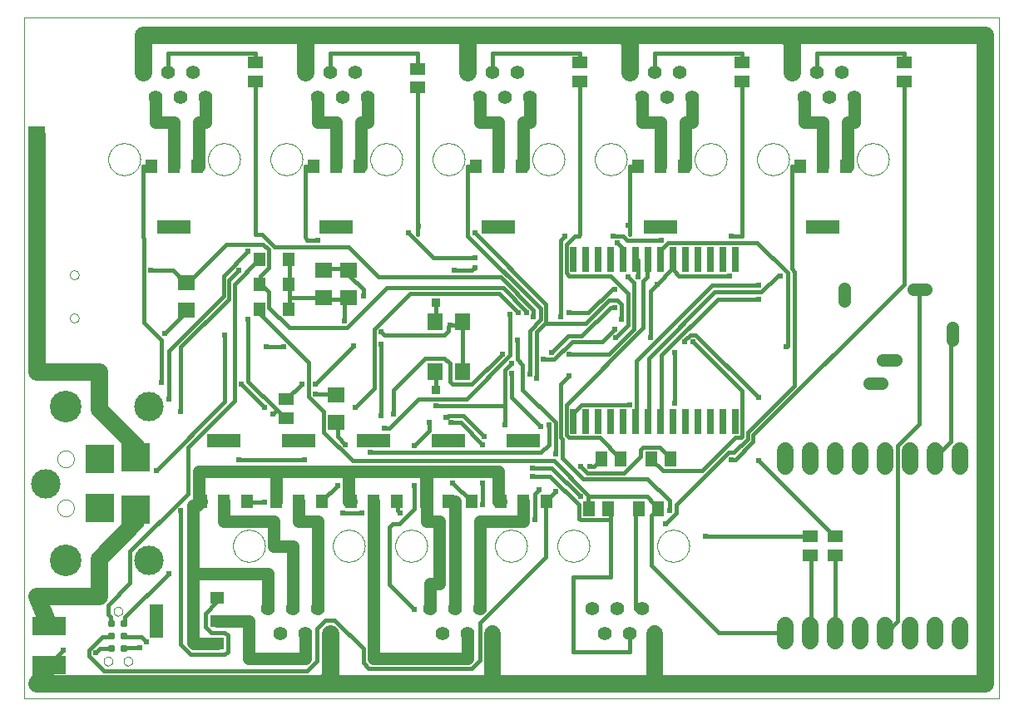
<source format=gbl>
G75*
%MOIN*%
%OFA0B0*%
%FSLAX24Y24*%
%IPPOS*%
%LPD*%
%AMOC8*
5,1,8,0,0,1.08239X$1,22.5*
%
%ADD10C,0.0000*%
%ADD11C,0.0554*%
%ADD12R,0.0591X0.0512*%
%ADD13C,0.1181*%
%ADD14C,0.1266*%
%ADD15R,0.1181X0.1181*%
%ADD16R,0.1339X0.0748*%
%ADD17C,0.0310*%
%ADD18R,0.0709X0.0630*%
%ADD19R,0.0472X0.0551*%
%ADD20R,0.1378X0.0551*%
%ADD21R,0.0630X0.0709*%
%ADD22R,0.0630X0.0512*%
%ADD23R,0.0551X0.0472*%
%ADD24R,0.0551X0.1378*%
%ADD25R,0.0512X0.0630*%
%ADD26R,0.0250X0.1000*%
%ADD27R,0.0512X0.0591*%
%ADD28C,0.0650*%
%ADD29C,0.0515*%
%ADD30C,0.0180*%
%ADD31C,0.0240*%
%ADD32C,0.0500*%
%ADD33C,0.0160*%
%ADD34R,0.0356X0.0356*%
%ADD35C,0.0700*%
%ADD36C,0.0660*%
%ADD37R,0.0650X0.0650*%
D10*
X012596Y000100D02*
X012596Y027396D01*
X051666Y027396D01*
X051666Y000100D01*
X012596Y000100D01*
X015771Y001575D02*
X015773Y001601D01*
X015779Y001627D01*
X015788Y001651D01*
X015801Y001674D01*
X015818Y001694D01*
X015837Y001712D01*
X015859Y001727D01*
X015882Y001738D01*
X015907Y001746D01*
X015933Y001750D01*
X015959Y001750D01*
X015985Y001746D01*
X016010Y001738D01*
X016034Y001727D01*
X016055Y001712D01*
X016074Y001694D01*
X016091Y001674D01*
X016104Y001651D01*
X016113Y001627D01*
X016119Y001601D01*
X016121Y001575D01*
X016119Y001549D01*
X016113Y001523D01*
X016104Y001499D01*
X016091Y001476D01*
X016074Y001456D01*
X016055Y001438D01*
X016033Y001423D01*
X016010Y001412D01*
X015985Y001404D01*
X015959Y001400D01*
X015933Y001400D01*
X015907Y001404D01*
X015882Y001412D01*
X015858Y001423D01*
X015837Y001438D01*
X015818Y001456D01*
X015801Y001476D01*
X015788Y001499D01*
X015779Y001523D01*
X015773Y001549D01*
X015771Y001575D01*
X016571Y001575D02*
X016573Y001601D01*
X016579Y001627D01*
X016588Y001651D01*
X016601Y001674D01*
X016618Y001694D01*
X016637Y001712D01*
X016659Y001727D01*
X016682Y001738D01*
X016707Y001746D01*
X016733Y001750D01*
X016759Y001750D01*
X016785Y001746D01*
X016810Y001738D01*
X016834Y001727D01*
X016855Y001712D01*
X016874Y001694D01*
X016891Y001674D01*
X016904Y001651D01*
X016913Y001627D01*
X016919Y001601D01*
X016921Y001575D01*
X016919Y001549D01*
X016913Y001523D01*
X016904Y001499D01*
X016891Y001476D01*
X016874Y001456D01*
X016855Y001438D01*
X016833Y001423D01*
X016810Y001412D01*
X016785Y001404D01*
X016759Y001400D01*
X016733Y001400D01*
X016707Y001404D01*
X016682Y001412D01*
X016658Y001423D01*
X016637Y001438D01*
X016618Y001456D01*
X016601Y001476D01*
X016588Y001499D01*
X016579Y001523D01*
X016573Y001549D01*
X016571Y001575D01*
X016171Y003575D02*
X016173Y003601D01*
X016179Y003627D01*
X016188Y003651D01*
X016201Y003674D01*
X016218Y003694D01*
X016237Y003712D01*
X016259Y003727D01*
X016282Y003738D01*
X016307Y003746D01*
X016333Y003750D01*
X016359Y003750D01*
X016385Y003746D01*
X016410Y003738D01*
X016434Y003727D01*
X016455Y003712D01*
X016474Y003694D01*
X016491Y003674D01*
X016504Y003651D01*
X016513Y003627D01*
X016519Y003601D01*
X016521Y003575D01*
X016519Y003549D01*
X016513Y003523D01*
X016504Y003499D01*
X016491Y003476D01*
X016474Y003456D01*
X016455Y003438D01*
X016433Y003423D01*
X016410Y003412D01*
X016385Y003404D01*
X016359Y003400D01*
X016333Y003400D01*
X016307Y003404D01*
X016282Y003412D01*
X016258Y003423D01*
X016237Y003438D01*
X016218Y003456D01*
X016201Y003476D01*
X016188Y003499D01*
X016179Y003523D01*
X016173Y003549D01*
X016171Y003575D01*
X020956Y006200D02*
X020958Y006250D01*
X020964Y006300D01*
X020974Y006349D01*
X020987Y006398D01*
X021005Y006445D01*
X021026Y006491D01*
X021050Y006534D01*
X021078Y006576D01*
X021109Y006616D01*
X021143Y006653D01*
X021180Y006687D01*
X021220Y006718D01*
X021262Y006746D01*
X021305Y006770D01*
X021351Y006791D01*
X021398Y006809D01*
X021447Y006822D01*
X021496Y006832D01*
X021546Y006838D01*
X021596Y006840D01*
X021646Y006838D01*
X021696Y006832D01*
X021745Y006822D01*
X021794Y006809D01*
X021841Y006791D01*
X021887Y006770D01*
X021930Y006746D01*
X021972Y006718D01*
X022012Y006687D01*
X022049Y006653D01*
X022083Y006616D01*
X022114Y006576D01*
X022142Y006534D01*
X022166Y006491D01*
X022187Y006445D01*
X022205Y006398D01*
X022218Y006349D01*
X022228Y006300D01*
X022234Y006250D01*
X022236Y006200D01*
X022234Y006150D01*
X022228Y006100D01*
X022218Y006051D01*
X022205Y006002D01*
X022187Y005955D01*
X022166Y005909D01*
X022142Y005866D01*
X022114Y005824D01*
X022083Y005784D01*
X022049Y005747D01*
X022012Y005713D01*
X021972Y005682D01*
X021930Y005654D01*
X021887Y005630D01*
X021841Y005609D01*
X021794Y005591D01*
X021745Y005578D01*
X021696Y005568D01*
X021646Y005562D01*
X021596Y005560D01*
X021546Y005562D01*
X021496Y005568D01*
X021447Y005578D01*
X021398Y005591D01*
X021351Y005609D01*
X021305Y005630D01*
X021262Y005654D01*
X021220Y005682D01*
X021180Y005713D01*
X021143Y005747D01*
X021109Y005784D01*
X021078Y005824D01*
X021050Y005866D01*
X021026Y005909D01*
X021005Y005955D01*
X020987Y006002D01*
X020974Y006051D01*
X020964Y006100D01*
X020958Y006150D01*
X020956Y006200D01*
X024956Y006200D02*
X024958Y006250D01*
X024964Y006300D01*
X024974Y006349D01*
X024987Y006398D01*
X025005Y006445D01*
X025026Y006491D01*
X025050Y006534D01*
X025078Y006576D01*
X025109Y006616D01*
X025143Y006653D01*
X025180Y006687D01*
X025220Y006718D01*
X025262Y006746D01*
X025305Y006770D01*
X025351Y006791D01*
X025398Y006809D01*
X025447Y006822D01*
X025496Y006832D01*
X025546Y006838D01*
X025596Y006840D01*
X025646Y006838D01*
X025696Y006832D01*
X025745Y006822D01*
X025794Y006809D01*
X025841Y006791D01*
X025887Y006770D01*
X025930Y006746D01*
X025972Y006718D01*
X026012Y006687D01*
X026049Y006653D01*
X026083Y006616D01*
X026114Y006576D01*
X026142Y006534D01*
X026166Y006491D01*
X026187Y006445D01*
X026205Y006398D01*
X026218Y006349D01*
X026228Y006300D01*
X026234Y006250D01*
X026236Y006200D01*
X026234Y006150D01*
X026228Y006100D01*
X026218Y006051D01*
X026205Y006002D01*
X026187Y005955D01*
X026166Y005909D01*
X026142Y005866D01*
X026114Y005824D01*
X026083Y005784D01*
X026049Y005747D01*
X026012Y005713D01*
X025972Y005682D01*
X025930Y005654D01*
X025887Y005630D01*
X025841Y005609D01*
X025794Y005591D01*
X025745Y005578D01*
X025696Y005568D01*
X025646Y005562D01*
X025596Y005560D01*
X025546Y005562D01*
X025496Y005568D01*
X025447Y005578D01*
X025398Y005591D01*
X025351Y005609D01*
X025305Y005630D01*
X025262Y005654D01*
X025220Y005682D01*
X025180Y005713D01*
X025143Y005747D01*
X025109Y005784D01*
X025078Y005824D01*
X025050Y005866D01*
X025026Y005909D01*
X025005Y005955D01*
X024987Y006002D01*
X024974Y006051D01*
X024964Y006100D01*
X024958Y006150D01*
X024956Y006200D01*
X027456Y006200D02*
X027458Y006250D01*
X027464Y006300D01*
X027474Y006349D01*
X027487Y006398D01*
X027505Y006445D01*
X027526Y006491D01*
X027550Y006534D01*
X027578Y006576D01*
X027609Y006616D01*
X027643Y006653D01*
X027680Y006687D01*
X027720Y006718D01*
X027762Y006746D01*
X027805Y006770D01*
X027851Y006791D01*
X027898Y006809D01*
X027947Y006822D01*
X027996Y006832D01*
X028046Y006838D01*
X028096Y006840D01*
X028146Y006838D01*
X028196Y006832D01*
X028245Y006822D01*
X028294Y006809D01*
X028341Y006791D01*
X028387Y006770D01*
X028430Y006746D01*
X028472Y006718D01*
X028512Y006687D01*
X028549Y006653D01*
X028583Y006616D01*
X028614Y006576D01*
X028642Y006534D01*
X028666Y006491D01*
X028687Y006445D01*
X028705Y006398D01*
X028718Y006349D01*
X028728Y006300D01*
X028734Y006250D01*
X028736Y006200D01*
X028734Y006150D01*
X028728Y006100D01*
X028718Y006051D01*
X028705Y006002D01*
X028687Y005955D01*
X028666Y005909D01*
X028642Y005866D01*
X028614Y005824D01*
X028583Y005784D01*
X028549Y005747D01*
X028512Y005713D01*
X028472Y005682D01*
X028430Y005654D01*
X028387Y005630D01*
X028341Y005609D01*
X028294Y005591D01*
X028245Y005578D01*
X028196Y005568D01*
X028146Y005562D01*
X028096Y005560D01*
X028046Y005562D01*
X027996Y005568D01*
X027947Y005578D01*
X027898Y005591D01*
X027851Y005609D01*
X027805Y005630D01*
X027762Y005654D01*
X027720Y005682D01*
X027680Y005713D01*
X027643Y005747D01*
X027609Y005784D01*
X027578Y005824D01*
X027550Y005866D01*
X027526Y005909D01*
X027505Y005955D01*
X027487Y006002D01*
X027474Y006051D01*
X027464Y006100D01*
X027458Y006150D01*
X027456Y006200D01*
X031456Y006200D02*
X031458Y006250D01*
X031464Y006300D01*
X031474Y006349D01*
X031487Y006398D01*
X031505Y006445D01*
X031526Y006491D01*
X031550Y006534D01*
X031578Y006576D01*
X031609Y006616D01*
X031643Y006653D01*
X031680Y006687D01*
X031720Y006718D01*
X031762Y006746D01*
X031805Y006770D01*
X031851Y006791D01*
X031898Y006809D01*
X031947Y006822D01*
X031996Y006832D01*
X032046Y006838D01*
X032096Y006840D01*
X032146Y006838D01*
X032196Y006832D01*
X032245Y006822D01*
X032294Y006809D01*
X032341Y006791D01*
X032387Y006770D01*
X032430Y006746D01*
X032472Y006718D01*
X032512Y006687D01*
X032549Y006653D01*
X032583Y006616D01*
X032614Y006576D01*
X032642Y006534D01*
X032666Y006491D01*
X032687Y006445D01*
X032705Y006398D01*
X032718Y006349D01*
X032728Y006300D01*
X032734Y006250D01*
X032736Y006200D01*
X032734Y006150D01*
X032728Y006100D01*
X032718Y006051D01*
X032705Y006002D01*
X032687Y005955D01*
X032666Y005909D01*
X032642Y005866D01*
X032614Y005824D01*
X032583Y005784D01*
X032549Y005747D01*
X032512Y005713D01*
X032472Y005682D01*
X032430Y005654D01*
X032387Y005630D01*
X032341Y005609D01*
X032294Y005591D01*
X032245Y005578D01*
X032196Y005568D01*
X032146Y005562D01*
X032096Y005560D01*
X032046Y005562D01*
X031996Y005568D01*
X031947Y005578D01*
X031898Y005591D01*
X031851Y005609D01*
X031805Y005630D01*
X031762Y005654D01*
X031720Y005682D01*
X031680Y005713D01*
X031643Y005747D01*
X031609Y005784D01*
X031578Y005824D01*
X031550Y005866D01*
X031526Y005909D01*
X031505Y005955D01*
X031487Y006002D01*
X031474Y006051D01*
X031464Y006100D01*
X031458Y006150D01*
X031456Y006200D01*
X033956Y006200D02*
X033958Y006250D01*
X033964Y006300D01*
X033974Y006349D01*
X033987Y006398D01*
X034005Y006445D01*
X034026Y006491D01*
X034050Y006534D01*
X034078Y006576D01*
X034109Y006616D01*
X034143Y006653D01*
X034180Y006687D01*
X034220Y006718D01*
X034262Y006746D01*
X034305Y006770D01*
X034351Y006791D01*
X034398Y006809D01*
X034447Y006822D01*
X034496Y006832D01*
X034546Y006838D01*
X034596Y006840D01*
X034646Y006838D01*
X034696Y006832D01*
X034745Y006822D01*
X034794Y006809D01*
X034841Y006791D01*
X034887Y006770D01*
X034930Y006746D01*
X034972Y006718D01*
X035012Y006687D01*
X035049Y006653D01*
X035083Y006616D01*
X035114Y006576D01*
X035142Y006534D01*
X035166Y006491D01*
X035187Y006445D01*
X035205Y006398D01*
X035218Y006349D01*
X035228Y006300D01*
X035234Y006250D01*
X035236Y006200D01*
X035234Y006150D01*
X035228Y006100D01*
X035218Y006051D01*
X035205Y006002D01*
X035187Y005955D01*
X035166Y005909D01*
X035142Y005866D01*
X035114Y005824D01*
X035083Y005784D01*
X035049Y005747D01*
X035012Y005713D01*
X034972Y005682D01*
X034930Y005654D01*
X034887Y005630D01*
X034841Y005609D01*
X034794Y005591D01*
X034745Y005578D01*
X034696Y005568D01*
X034646Y005562D01*
X034596Y005560D01*
X034546Y005562D01*
X034496Y005568D01*
X034447Y005578D01*
X034398Y005591D01*
X034351Y005609D01*
X034305Y005630D01*
X034262Y005654D01*
X034220Y005682D01*
X034180Y005713D01*
X034143Y005747D01*
X034109Y005784D01*
X034078Y005824D01*
X034050Y005866D01*
X034026Y005909D01*
X034005Y005955D01*
X033987Y006002D01*
X033974Y006051D01*
X033964Y006100D01*
X033958Y006150D01*
X033956Y006200D01*
X037956Y006200D02*
X037958Y006250D01*
X037964Y006300D01*
X037974Y006349D01*
X037987Y006398D01*
X038005Y006445D01*
X038026Y006491D01*
X038050Y006534D01*
X038078Y006576D01*
X038109Y006616D01*
X038143Y006653D01*
X038180Y006687D01*
X038220Y006718D01*
X038262Y006746D01*
X038305Y006770D01*
X038351Y006791D01*
X038398Y006809D01*
X038447Y006822D01*
X038496Y006832D01*
X038546Y006838D01*
X038596Y006840D01*
X038646Y006838D01*
X038696Y006832D01*
X038745Y006822D01*
X038794Y006809D01*
X038841Y006791D01*
X038887Y006770D01*
X038930Y006746D01*
X038972Y006718D01*
X039012Y006687D01*
X039049Y006653D01*
X039083Y006616D01*
X039114Y006576D01*
X039142Y006534D01*
X039166Y006491D01*
X039187Y006445D01*
X039205Y006398D01*
X039218Y006349D01*
X039228Y006300D01*
X039234Y006250D01*
X039236Y006200D01*
X039234Y006150D01*
X039228Y006100D01*
X039218Y006051D01*
X039205Y006002D01*
X039187Y005955D01*
X039166Y005909D01*
X039142Y005866D01*
X039114Y005824D01*
X039083Y005784D01*
X039049Y005747D01*
X039012Y005713D01*
X038972Y005682D01*
X038930Y005654D01*
X038887Y005630D01*
X038841Y005609D01*
X038794Y005591D01*
X038745Y005578D01*
X038696Y005568D01*
X038646Y005562D01*
X038596Y005560D01*
X038546Y005562D01*
X038496Y005568D01*
X038447Y005578D01*
X038398Y005591D01*
X038351Y005609D01*
X038305Y005630D01*
X038262Y005654D01*
X038220Y005682D01*
X038180Y005713D01*
X038143Y005747D01*
X038109Y005784D01*
X038078Y005824D01*
X038050Y005866D01*
X038026Y005909D01*
X038005Y005955D01*
X037987Y006002D01*
X037974Y006051D01*
X037964Y006100D01*
X037958Y006150D01*
X037956Y006200D01*
X014419Y015334D02*
X014421Y015360D01*
X014427Y015386D01*
X014437Y015411D01*
X014450Y015434D01*
X014466Y015454D01*
X014486Y015472D01*
X014508Y015487D01*
X014531Y015499D01*
X014557Y015507D01*
X014583Y015511D01*
X014609Y015511D01*
X014635Y015507D01*
X014661Y015499D01*
X014685Y015487D01*
X014706Y015472D01*
X014726Y015454D01*
X014742Y015434D01*
X014755Y015411D01*
X014765Y015386D01*
X014771Y015360D01*
X014773Y015334D01*
X014771Y015308D01*
X014765Y015282D01*
X014755Y015257D01*
X014742Y015234D01*
X014726Y015214D01*
X014706Y015196D01*
X014684Y015181D01*
X014661Y015169D01*
X014635Y015161D01*
X014609Y015157D01*
X014583Y015157D01*
X014557Y015161D01*
X014531Y015169D01*
X014507Y015181D01*
X014486Y015196D01*
X014466Y015214D01*
X014450Y015234D01*
X014437Y015257D01*
X014427Y015282D01*
X014421Y015308D01*
X014419Y015334D01*
X014419Y017066D02*
X014421Y017092D01*
X014427Y017118D01*
X014437Y017143D01*
X014450Y017166D01*
X014466Y017186D01*
X014486Y017204D01*
X014508Y017219D01*
X014531Y017231D01*
X014557Y017239D01*
X014583Y017243D01*
X014609Y017243D01*
X014635Y017239D01*
X014661Y017231D01*
X014685Y017219D01*
X014706Y017204D01*
X014726Y017186D01*
X014742Y017166D01*
X014755Y017143D01*
X014765Y017118D01*
X014771Y017092D01*
X014773Y017066D01*
X014771Y017040D01*
X014765Y017014D01*
X014755Y016989D01*
X014742Y016966D01*
X014726Y016946D01*
X014706Y016928D01*
X014684Y016913D01*
X014661Y016901D01*
X014635Y016893D01*
X014609Y016889D01*
X014583Y016889D01*
X014557Y016893D01*
X014531Y016901D01*
X014507Y016913D01*
X014486Y016928D01*
X014466Y016946D01*
X014450Y016966D01*
X014437Y016989D01*
X014427Y017014D01*
X014421Y017040D01*
X014419Y017066D01*
X015956Y021700D02*
X015958Y021750D01*
X015964Y021800D01*
X015974Y021849D01*
X015987Y021898D01*
X016005Y021945D01*
X016026Y021991D01*
X016050Y022034D01*
X016078Y022076D01*
X016109Y022116D01*
X016143Y022153D01*
X016180Y022187D01*
X016220Y022218D01*
X016262Y022246D01*
X016305Y022270D01*
X016351Y022291D01*
X016398Y022309D01*
X016447Y022322D01*
X016496Y022332D01*
X016546Y022338D01*
X016596Y022340D01*
X016646Y022338D01*
X016696Y022332D01*
X016745Y022322D01*
X016794Y022309D01*
X016841Y022291D01*
X016887Y022270D01*
X016930Y022246D01*
X016972Y022218D01*
X017012Y022187D01*
X017049Y022153D01*
X017083Y022116D01*
X017114Y022076D01*
X017142Y022034D01*
X017166Y021991D01*
X017187Y021945D01*
X017205Y021898D01*
X017218Y021849D01*
X017228Y021800D01*
X017234Y021750D01*
X017236Y021700D01*
X017234Y021650D01*
X017228Y021600D01*
X017218Y021551D01*
X017205Y021502D01*
X017187Y021455D01*
X017166Y021409D01*
X017142Y021366D01*
X017114Y021324D01*
X017083Y021284D01*
X017049Y021247D01*
X017012Y021213D01*
X016972Y021182D01*
X016930Y021154D01*
X016887Y021130D01*
X016841Y021109D01*
X016794Y021091D01*
X016745Y021078D01*
X016696Y021068D01*
X016646Y021062D01*
X016596Y021060D01*
X016546Y021062D01*
X016496Y021068D01*
X016447Y021078D01*
X016398Y021091D01*
X016351Y021109D01*
X016305Y021130D01*
X016262Y021154D01*
X016220Y021182D01*
X016180Y021213D01*
X016143Y021247D01*
X016109Y021284D01*
X016078Y021324D01*
X016050Y021366D01*
X016026Y021409D01*
X016005Y021455D01*
X015987Y021502D01*
X015974Y021551D01*
X015964Y021600D01*
X015958Y021650D01*
X015956Y021700D01*
X019956Y021700D02*
X019958Y021750D01*
X019964Y021800D01*
X019974Y021849D01*
X019987Y021898D01*
X020005Y021945D01*
X020026Y021991D01*
X020050Y022034D01*
X020078Y022076D01*
X020109Y022116D01*
X020143Y022153D01*
X020180Y022187D01*
X020220Y022218D01*
X020262Y022246D01*
X020305Y022270D01*
X020351Y022291D01*
X020398Y022309D01*
X020447Y022322D01*
X020496Y022332D01*
X020546Y022338D01*
X020596Y022340D01*
X020646Y022338D01*
X020696Y022332D01*
X020745Y022322D01*
X020794Y022309D01*
X020841Y022291D01*
X020887Y022270D01*
X020930Y022246D01*
X020972Y022218D01*
X021012Y022187D01*
X021049Y022153D01*
X021083Y022116D01*
X021114Y022076D01*
X021142Y022034D01*
X021166Y021991D01*
X021187Y021945D01*
X021205Y021898D01*
X021218Y021849D01*
X021228Y021800D01*
X021234Y021750D01*
X021236Y021700D01*
X021234Y021650D01*
X021228Y021600D01*
X021218Y021551D01*
X021205Y021502D01*
X021187Y021455D01*
X021166Y021409D01*
X021142Y021366D01*
X021114Y021324D01*
X021083Y021284D01*
X021049Y021247D01*
X021012Y021213D01*
X020972Y021182D01*
X020930Y021154D01*
X020887Y021130D01*
X020841Y021109D01*
X020794Y021091D01*
X020745Y021078D01*
X020696Y021068D01*
X020646Y021062D01*
X020596Y021060D01*
X020546Y021062D01*
X020496Y021068D01*
X020447Y021078D01*
X020398Y021091D01*
X020351Y021109D01*
X020305Y021130D01*
X020262Y021154D01*
X020220Y021182D01*
X020180Y021213D01*
X020143Y021247D01*
X020109Y021284D01*
X020078Y021324D01*
X020050Y021366D01*
X020026Y021409D01*
X020005Y021455D01*
X019987Y021502D01*
X019974Y021551D01*
X019964Y021600D01*
X019958Y021650D01*
X019956Y021700D01*
X022456Y021700D02*
X022458Y021750D01*
X022464Y021800D01*
X022474Y021849D01*
X022487Y021898D01*
X022505Y021945D01*
X022526Y021991D01*
X022550Y022034D01*
X022578Y022076D01*
X022609Y022116D01*
X022643Y022153D01*
X022680Y022187D01*
X022720Y022218D01*
X022762Y022246D01*
X022805Y022270D01*
X022851Y022291D01*
X022898Y022309D01*
X022947Y022322D01*
X022996Y022332D01*
X023046Y022338D01*
X023096Y022340D01*
X023146Y022338D01*
X023196Y022332D01*
X023245Y022322D01*
X023294Y022309D01*
X023341Y022291D01*
X023387Y022270D01*
X023430Y022246D01*
X023472Y022218D01*
X023512Y022187D01*
X023549Y022153D01*
X023583Y022116D01*
X023614Y022076D01*
X023642Y022034D01*
X023666Y021991D01*
X023687Y021945D01*
X023705Y021898D01*
X023718Y021849D01*
X023728Y021800D01*
X023734Y021750D01*
X023736Y021700D01*
X023734Y021650D01*
X023728Y021600D01*
X023718Y021551D01*
X023705Y021502D01*
X023687Y021455D01*
X023666Y021409D01*
X023642Y021366D01*
X023614Y021324D01*
X023583Y021284D01*
X023549Y021247D01*
X023512Y021213D01*
X023472Y021182D01*
X023430Y021154D01*
X023387Y021130D01*
X023341Y021109D01*
X023294Y021091D01*
X023245Y021078D01*
X023196Y021068D01*
X023146Y021062D01*
X023096Y021060D01*
X023046Y021062D01*
X022996Y021068D01*
X022947Y021078D01*
X022898Y021091D01*
X022851Y021109D01*
X022805Y021130D01*
X022762Y021154D01*
X022720Y021182D01*
X022680Y021213D01*
X022643Y021247D01*
X022609Y021284D01*
X022578Y021324D01*
X022550Y021366D01*
X022526Y021409D01*
X022505Y021455D01*
X022487Y021502D01*
X022474Y021551D01*
X022464Y021600D01*
X022458Y021650D01*
X022456Y021700D01*
X026456Y021700D02*
X026458Y021750D01*
X026464Y021800D01*
X026474Y021849D01*
X026487Y021898D01*
X026505Y021945D01*
X026526Y021991D01*
X026550Y022034D01*
X026578Y022076D01*
X026609Y022116D01*
X026643Y022153D01*
X026680Y022187D01*
X026720Y022218D01*
X026762Y022246D01*
X026805Y022270D01*
X026851Y022291D01*
X026898Y022309D01*
X026947Y022322D01*
X026996Y022332D01*
X027046Y022338D01*
X027096Y022340D01*
X027146Y022338D01*
X027196Y022332D01*
X027245Y022322D01*
X027294Y022309D01*
X027341Y022291D01*
X027387Y022270D01*
X027430Y022246D01*
X027472Y022218D01*
X027512Y022187D01*
X027549Y022153D01*
X027583Y022116D01*
X027614Y022076D01*
X027642Y022034D01*
X027666Y021991D01*
X027687Y021945D01*
X027705Y021898D01*
X027718Y021849D01*
X027728Y021800D01*
X027734Y021750D01*
X027736Y021700D01*
X027734Y021650D01*
X027728Y021600D01*
X027718Y021551D01*
X027705Y021502D01*
X027687Y021455D01*
X027666Y021409D01*
X027642Y021366D01*
X027614Y021324D01*
X027583Y021284D01*
X027549Y021247D01*
X027512Y021213D01*
X027472Y021182D01*
X027430Y021154D01*
X027387Y021130D01*
X027341Y021109D01*
X027294Y021091D01*
X027245Y021078D01*
X027196Y021068D01*
X027146Y021062D01*
X027096Y021060D01*
X027046Y021062D01*
X026996Y021068D01*
X026947Y021078D01*
X026898Y021091D01*
X026851Y021109D01*
X026805Y021130D01*
X026762Y021154D01*
X026720Y021182D01*
X026680Y021213D01*
X026643Y021247D01*
X026609Y021284D01*
X026578Y021324D01*
X026550Y021366D01*
X026526Y021409D01*
X026505Y021455D01*
X026487Y021502D01*
X026474Y021551D01*
X026464Y021600D01*
X026458Y021650D01*
X026456Y021700D01*
X028956Y021700D02*
X028958Y021750D01*
X028964Y021800D01*
X028974Y021849D01*
X028987Y021898D01*
X029005Y021945D01*
X029026Y021991D01*
X029050Y022034D01*
X029078Y022076D01*
X029109Y022116D01*
X029143Y022153D01*
X029180Y022187D01*
X029220Y022218D01*
X029262Y022246D01*
X029305Y022270D01*
X029351Y022291D01*
X029398Y022309D01*
X029447Y022322D01*
X029496Y022332D01*
X029546Y022338D01*
X029596Y022340D01*
X029646Y022338D01*
X029696Y022332D01*
X029745Y022322D01*
X029794Y022309D01*
X029841Y022291D01*
X029887Y022270D01*
X029930Y022246D01*
X029972Y022218D01*
X030012Y022187D01*
X030049Y022153D01*
X030083Y022116D01*
X030114Y022076D01*
X030142Y022034D01*
X030166Y021991D01*
X030187Y021945D01*
X030205Y021898D01*
X030218Y021849D01*
X030228Y021800D01*
X030234Y021750D01*
X030236Y021700D01*
X030234Y021650D01*
X030228Y021600D01*
X030218Y021551D01*
X030205Y021502D01*
X030187Y021455D01*
X030166Y021409D01*
X030142Y021366D01*
X030114Y021324D01*
X030083Y021284D01*
X030049Y021247D01*
X030012Y021213D01*
X029972Y021182D01*
X029930Y021154D01*
X029887Y021130D01*
X029841Y021109D01*
X029794Y021091D01*
X029745Y021078D01*
X029696Y021068D01*
X029646Y021062D01*
X029596Y021060D01*
X029546Y021062D01*
X029496Y021068D01*
X029447Y021078D01*
X029398Y021091D01*
X029351Y021109D01*
X029305Y021130D01*
X029262Y021154D01*
X029220Y021182D01*
X029180Y021213D01*
X029143Y021247D01*
X029109Y021284D01*
X029078Y021324D01*
X029050Y021366D01*
X029026Y021409D01*
X029005Y021455D01*
X028987Y021502D01*
X028974Y021551D01*
X028964Y021600D01*
X028958Y021650D01*
X028956Y021700D01*
X032956Y021700D02*
X032958Y021750D01*
X032964Y021800D01*
X032974Y021849D01*
X032987Y021898D01*
X033005Y021945D01*
X033026Y021991D01*
X033050Y022034D01*
X033078Y022076D01*
X033109Y022116D01*
X033143Y022153D01*
X033180Y022187D01*
X033220Y022218D01*
X033262Y022246D01*
X033305Y022270D01*
X033351Y022291D01*
X033398Y022309D01*
X033447Y022322D01*
X033496Y022332D01*
X033546Y022338D01*
X033596Y022340D01*
X033646Y022338D01*
X033696Y022332D01*
X033745Y022322D01*
X033794Y022309D01*
X033841Y022291D01*
X033887Y022270D01*
X033930Y022246D01*
X033972Y022218D01*
X034012Y022187D01*
X034049Y022153D01*
X034083Y022116D01*
X034114Y022076D01*
X034142Y022034D01*
X034166Y021991D01*
X034187Y021945D01*
X034205Y021898D01*
X034218Y021849D01*
X034228Y021800D01*
X034234Y021750D01*
X034236Y021700D01*
X034234Y021650D01*
X034228Y021600D01*
X034218Y021551D01*
X034205Y021502D01*
X034187Y021455D01*
X034166Y021409D01*
X034142Y021366D01*
X034114Y021324D01*
X034083Y021284D01*
X034049Y021247D01*
X034012Y021213D01*
X033972Y021182D01*
X033930Y021154D01*
X033887Y021130D01*
X033841Y021109D01*
X033794Y021091D01*
X033745Y021078D01*
X033696Y021068D01*
X033646Y021062D01*
X033596Y021060D01*
X033546Y021062D01*
X033496Y021068D01*
X033447Y021078D01*
X033398Y021091D01*
X033351Y021109D01*
X033305Y021130D01*
X033262Y021154D01*
X033220Y021182D01*
X033180Y021213D01*
X033143Y021247D01*
X033109Y021284D01*
X033078Y021324D01*
X033050Y021366D01*
X033026Y021409D01*
X033005Y021455D01*
X032987Y021502D01*
X032974Y021551D01*
X032964Y021600D01*
X032958Y021650D01*
X032956Y021700D01*
X035456Y021700D02*
X035458Y021750D01*
X035464Y021800D01*
X035474Y021849D01*
X035487Y021898D01*
X035505Y021945D01*
X035526Y021991D01*
X035550Y022034D01*
X035578Y022076D01*
X035609Y022116D01*
X035643Y022153D01*
X035680Y022187D01*
X035720Y022218D01*
X035762Y022246D01*
X035805Y022270D01*
X035851Y022291D01*
X035898Y022309D01*
X035947Y022322D01*
X035996Y022332D01*
X036046Y022338D01*
X036096Y022340D01*
X036146Y022338D01*
X036196Y022332D01*
X036245Y022322D01*
X036294Y022309D01*
X036341Y022291D01*
X036387Y022270D01*
X036430Y022246D01*
X036472Y022218D01*
X036512Y022187D01*
X036549Y022153D01*
X036583Y022116D01*
X036614Y022076D01*
X036642Y022034D01*
X036666Y021991D01*
X036687Y021945D01*
X036705Y021898D01*
X036718Y021849D01*
X036728Y021800D01*
X036734Y021750D01*
X036736Y021700D01*
X036734Y021650D01*
X036728Y021600D01*
X036718Y021551D01*
X036705Y021502D01*
X036687Y021455D01*
X036666Y021409D01*
X036642Y021366D01*
X036614Y021324D01*
X036583Y021284D01*
X036549Y021247D01*
X036512Y021213D01*
X036472Y021182D01*
X036430Y021154D01*
X036387Y021130D01*
X036341Y021109D01*
X036294Y021091D01*
X036245Y021078D01*
X036196Y021068D01*
X036146Y021062D01*
X036096Y021060D01*
X036046Y021062D01*
X035996Y021068D01*
X035947Y021078D01*
X035898Y021091D01*
X035851Y021109D01*
X035805Y021130D01*
X035762Y021154D01*
X035720Y021182D01*
X035680Y021213D01*
X035643Y021247D01*
X035609Y021284D01*
X035578Y021324D01*
X035550Y021366D01*
X035526Y021409D01*
X035505Y021455D01*
X035487Y021502D01*
X035474Y021551D01*
X035464Y021600D01*
X035458Y021650D01*
X035456Y021700D01*
X039456Y021700D02*
X039458Y021750D01*
X039464Y021800D01*
X039474Y021849D01*
X039487Y021898D01*
X039505Y021945D01*
X039526Y021991D01*
X039550Y022034D01*
X039578Y022076D01*
X039609Y022116D01*
X039643Y022153D01*
X039680Y022187D01*
X039720Y022218D01*
X039762Y022246D01*
X039805Y022270D01*
X039851Y022291D01*
X039898Y022309D01*
X039947Y022322D01*
X039996Y022332D01*
X040046Y022338D01*
X040096Y022340D01*
X040146Y022338D01*
X040196Y022332D01*
X040245Y022322D01*
X040294Y022309D01*
X040341Y022291D01*
X040387Y022270D01*
X040430Y022246D01*
X040472Y022218D01*
X040512Y022187D01*
X040549Y022153D01*
X040583Y022116D01*
X040614Y022076D01*
X040642Y022034D01*
X040666Y021991D01*
X040687Y021945D01*
X040705Y021898D01*
X040718Y021849D01*
X040728Y021800D01*
X040734Y021750D01*
X040736Y021700D01*
X040734Y021650D01*
X040728Y021600D01*
X040718Y021551D01*
X040705Y021502D01*
X040687Y021455D01*
X040666Y021409D01*
X040642Y021366D01*
X040614Y021324D01*
X040583Y021284D01*
X040549Y021247D01*
X040512Y021213D01*
X040472Y021182D01*
X040430Y021154D01*
X040387Y021130D01*
X040341Y021109D01*
X040294Y021091D01*
X040245Y021078D01*
X040196Y021068D01*
X040146Y021062D01*
X040096Y021060D01*
X040046Y021062D01*
X039996Y021068D01*
X039947Y021078D01*
X039898Y021091D01*
X039851Y021109D01*
X039805Y021130D01*
X039762Y021154D01*
X039720Y021182D01*
X039680Y021213D01*
X039643Y021247D01*
X039609Y021284D01*
X039578Y021324D01*
X039550Y021366D01*
X039526Y021409D01*
X039505Y021455D01*
X039487Y021502D01*
X039474Y021551D01*
X039464Y021600D01*
X039458Y021650D01*
X039456Y021700D01*
X041956Y021700D02*
X041958Y021750D01*
X041964Y021800D01*
X041974Y021849D01*
X041987Y021898D01*
X042005Y021945D01*
X042026Y021991D01*
X042050Y022034D01*
X042078Y022076D01*
X042109Y022116D01*
X042143Y022153D01*
X042180Y022187D01*
X042220Y022218D01*
X042262Y022246D01*
X042305Y022270D01*
X042351Y022291D01*
X042398Y022309D01*
X042447Y022322D01*
X042496Y022332D01*
X042546Y022338D01*
X042596Y022340D01*
X042646Y022338D01*
X042696Y022332D01*
X042745Y022322D01*
X042794Y022309D01*
X042841Y022291D01*
X042887Y022270D01*
X042930Y022246D01*
X042972Y022218D01*
X043012Y022187D01*
X043049Y022153D01*
X043083Y022116D01*
X043114Y022076D01*
X043142Y022034D01*
X043166Y021991D01*
X043187Y021945D01*
X043205Y021898D01*
X043218Y021849D01*
X043228Y021800D01*
X043234Y021750D01*
X043236Y021700D01*
X043234Y021650D01*
X043228Y021600D01*
X043218Y021551D01*
X043205Y021502D01*
X043187Y021455D01*
X043166Y021409D01*
X043142Y021366D01*
X043114Y021324D01*
X043083Y021284D01*
X043049Y021247D01*
X043012Y021213D01*
X042972Y021182D01*
X042930Y021154D01*
X042887Y021130D01*
X042841Y021109D01*
X042794Y021091D01*
X042745Y021078D01*
X042696Y021068D01*
X042646Y021062D01*
X042596Y021060D01*
X042546Y021062D01*
X042496Y021068D01*
X042447Y021078D01*
X042398Y021091D01*
X042351Y021109D01*
X042305Y021130D01*
X042262Y021154D01*
X042220Y021182D01*
X042180Y021213D01*
X042143Y021247D01*
X042109Y021284D01*
X042078Y021324D01*
X042050Y021366D01*
X042026Y021409D01*
X042005Y021455D01*
X041987Y021502D01*
X041974Y021551D01*
X041964Y021600D01*
X041958Y021650D01*
X041956Y021700D01*
X045956Y021700D02*
X045958Y021750D01*
X045964Y021800D01*
X045974Y021849D01*
X045987Y021898D01*
X046005Y021945D01*
X046026Y021991D01*
X046050Y022034D01*
X046078Y022076D01*
X046109Y022116D01*
X046143Y022153D01*
X046180Y022187D01*
X046220Y022218D01*
X046262Y022246D01*
X046305Y022270D01*
X046351Y022291D01*
X046398Y022309D01*
X046447Y022322D01*
X046496Y022332D01*
X046546Y022338D01*
X046596Y022340D01*
X046646Y022338D01*
X046696Y022332D01*
X046745Y022322D01*
X046794Y022309D01*
X046841Y022291D01*
X046887Y022270D01*
X046930Y022246D01*
X046972Y022218D01*
X047012Y022187D01*
X047049Y022153D01*
X047083Y022116D01*
X047114Y022076D01*
X047142Y022034D01*
X047166Y021991D01*
X047187Y021945D01*
X047205Y021898D01*
X047218Y021849D01*
X047228Y021800D01*
X047234Y021750D01*
X047236Y021700D01*
X047234Y021650D01*
X047228Y021600D01*
X047218Y021551D01*
X047205Y021502D01*
X047187Y021455D01*
X047166Y021409D01*
X047142Y021366D01*
X047114Y021324D01*
X047083Y021284D01*
X047049Y021247D01*
X047012Y021213D01*
X046972Y021182D01*
X046930Y021154D01*
X046887Y021130D01*
X046841Y021109D01*
X046794Y021091D01*
X046745Y021078D01*
X046696Y021068D01*
X046646Y021062D01*
X046596Y021060D01*
X046546Y021062D01*
X046496Y021068D01*
X046447Y021078D01*
X046398Y021091D01*
X046351Y021109D01*
X046305Y021130D01*
X046262Y021154D01*
X046220Y021182D01*
X046180Y021213D01*
X046143Y021247D01*
X046109Y021284D01*
X046078Y021324D01*
X046050Y021366D01*
X046026Y021409D01*
X046005Y021455D01*
X045987Y021502D01*
X045974Y021551D01*
X045964Y021600D01*
X045958Y021650D01*
X045956Y021700D01*
X013915Y009684D02*
X013917Y009720D01*
X013923Y009756D01*
X013933Y009791D01*
X013946Y009825D01*
X013963Y009857D01*
X013983Y009887D01*
X014007Y009914D01*
X014033Y009939D01*
X014062Y009961D01*
X014093Y009980D01*
X014126Y009995D01*
X014160Y010007D01*
X014196Y010015D01*
X014232Y010019D01*
X014268Y010019D01*
X014304Y010015D01*
X014340Y010007D01*
X014374Y009995D01*
X014407Y009980D01*
X014438Y009961D01*
X014467Y009939D01*
X014493Y009914D01*
X014517Y009887D01*
X014537Y009857D01*
X014554Y009825D01*
X014567Y009791D01*
X014577Y009756D01*
X014583Y009720D01*
X014585Y009684D01*
X014583Y009648D01*
X014577Y009612D01*
X014567Y009577D01*
X014554Y009543D01*
X014537Y009511D01*
X014517Y009481D01*
X014493Y009454D01*
X014467Y009429D01*
X014438Y009407D01*
X014407Y009388D01*
X014374Y009373D01*
X014340Y009361D01*
X014304Y009353D01*
X014268Y009349D01*
X014232Y009349D01*
X014196Y009353D01*
X014160Y009361D01*
X014126Y009373D01*
X014093Y009388D01*
X014062Y009407D01*
X014033Y009429D01*
X014007Y009454D01*
X013983Y009481D01*
X013963Y009511D01*
X013946Y009543D01*
X013933Y009577D01*
X013923Y009612D01*
X013917Y009648D01*
X013915Y009684D01*
X013915Y007716D02*
X013917Y007752D01*
X013923Y007788D01*
X013933Y007823D01*
X013946Y007857D01*
X013963Y007889D01*
X013983Y007919D01*
X014007Y007946D01*
X014033Y007971D01*
X014062Y007993D01*
X014093Y008012D01*
X014126Y008027D01*
X014160Y008039D01*
X014196Y008047D01*
X014232Y008051D01*
X014268Y008051D01*
X014304Y008047D01*
X014340Y008039D01*
X014374Y008027D01*
X014407Y008012D01*
X014438Y007993D01*
X014467Y007971D01*
X014493Y007946D01*
X014517Y007919D01*
X014537Y007889D01*
X014554Y007857D01*
X014567Y007823D01*
X014577Y007788D01*
X014583Y007752D01*
X014585Y007716D01*
X014583Y007680D01*
X014577Y007644D01*
X014567Y007609D01*
X014554Y007575D01*
X014537Y007543D01*
X014517Y007513D01*
X014493Y007486D01*
X014467Y007461D01*
X014438Y007439D01*
X014407Y007420D01*
X014374Y007405D01*
X014340Y007393D01*
X014304Y007385D01*
X014268Y007381D01*
X014232Y007381D01*
X014196Y007385D01*
X014160Y007393D01*
X014126Y007405D01*
X014093Y007420D01*
X014062Y007439D01*
X014033Y007461D01*
X014007Y007486D01*
X013983Y007513D01*
X013963Y007543D01*
X013946Y007575D01*
X013933Y007609D01*
X013923Y007644D01*
X013917Y007680D01*
X013915Y007716D01*
D11*
X022346Y003700D03*
X023346Y003700D03*
X024346Y003700D03*
X023846Y002700D03*
X022846Y002700D03*
X024846Y002700D03*
X028846Y003700D03*
X029846Y003700D03*
X030846Y003700D03*
X030346Y002700D03*
X029346Y002700D03*
X031346Y002700D03*
X035346Y003700D03*
X036346Y003700D03*
X037346Y003700D03*
X036846Y002700D03*
X035846Y002700D03*
X037846Y002700D03*
X037346Y024200D03*
X038346Y024200D03*
X039346Y024200D03*
X038846Y025200D03*
X037846Y025200D03*
X036846Y025200D03*
X032846Y024200D03*
X031846Y024200D03*
X030846Y024200D03*
X030346Y025200D03*
X031346Y025200D03*
X032346Y025200D03*
X026346Y024200D03*
X025346Y024200D03*
X024346Y024200D03*
X023846Y025200D03*
X024846Y025200D03*
X025846Y025200D03*
X019846Y024200D03*
X018846Y024200D03*
X017846Y024200D03*
X017346Y025200D03*
X018346Y025200D03*
X019346Y025200D03*
X043346Y025200D03*
X044346Y025200D03*
X045346Y025200D03*
X044846Y024200D03*
X043846Y024200D03*
X045846Y024200D03*
D12*
X047846Y024826D03*
X047846Y025574D03*
X041346Y025574D03*
X041346Y024826D03*
X034846Y024826D03*
X034846Y025574D03*
X028346Y025324D03*
X028346Y024576D03*
X021846Y024826D03*
X021846Y025574D03*
X044096Y006574D03*
X045096Y006574D03*
X045096Y005826D03*
X044096Y005826D03*
D13*
X017596Y005629D03*
X013462Y008700D03*
X017596Y011771D03*
D14*
X014250Y011771D03*
X014250Y005629D03*
D15*
X015628Y007716D03*
X017065Y007637D03*
X017065Y009763D03*
X015628Y009684D03*
D16*
X013596Y002968D03*
X013596Y001432D03*
D17*
X016096Y002075D03*
X016096Y002575D03*
X016596Y002575D03*
X016596Y002075D03*
X016596Y003075D03*
X016096Y003075D03*
D18*
X025096Y011149D03*
X025096Y012251D03*
X019096Y015649D03*
X019096Y016751D03*
X024596Y017251D03*
X025596Y017251D03*
X025596Y016149D03*
X024596Y016149D03*
D19*
X023187Y015700D03*
X022006Y015700D03*
X022006Y016700D03*
X023187Y016700D03*
X023187Y017700D03*
X022006Y017700D03*
X024186Y021420D03*
X025096Y021420D03*
X026006Y021420D03*
X030686Y021420D03*
X031596Y021420D03*
X032506Y021420D03*
X037186Y021420D03*
X038096Y021420D03*
X039006Y021420D03*
X043686Y021420D03*
X044596Y021420D03*
X045506Y021420D03*
X033506Y007980D03*
X032596Y007980D03*
X031686Y007980D03*
X030506Y007980D03*
X029596Y007980D03*
X028686Y007980D03*
X027506Y007980D03*
X026596Y007980D03*
X025686Y007980D03*
X024506Y007980D03*
X023596Y007980D03*
X022686Y007980D03*
X021506Y007980D03*
X020596Y007980D03*
X019686Y007980D03*
X019506Y021420D03*
X018596Y021420D03*
X017686Y021420D03*
D20*
X018596Y018980D03*
X025096Y018980D03*
X031596Y018980D03*
X038096Y018980D03*
X044596Y018980D03*
X032596Y010420D03*
X029596Y010420D03*
X026596Y010420D03*
X023596Y010420D03*
X020596Y010420D03*
D21*
X029045Y013200D03*
X030148Y013200D03*
X030148Y015200D03*
X029045Y015200D03*
D22*
X023096Y012074D03*
X023096Y011326D03*
D23*
X020316Y004110D03*
X020316Y003200D03*
X020316Y002290D03*
D24*
X017876Y003200D03*
D25*
X035222Y007700D03*
X035970Y007700D03*
X037222Y007700D03*
X037970Y007700D03*
D26*
X038096Y011200D03*
X037596Y011200D03*
X037096Y011200D03*
X036596Y011200D03*
X036096Y011200D03*
X035596Y011200D03*
X035096Y011200D03*
X034596Y011200D03*
X038596Y011200D03*
X039096Y011200D03*
X039596Y011200D03*
X040096Y011200D03*
X040596Y011200D03*
X041096Y011200D03*
X041096Y017700D03*
X040596Y017700D03*
X040096Y017700D03*
X039596Y017700D03*
X039096Y017700D03*
X038596Y017700D03*
X038096Y017700D03*
X037596Y017700D03*
X037096Y017700D03*
X036596Y017700D03*
X036096Y017700D03*
X035596Y017700D03*
X035096Y017700D03*
X034596Y017700D03*
D27*
X035722Y009700D03*
X036470Y009700D03*
X037722Y009700D03*
X038470Y009700D03*
D28*
X043096Y009375D02*
X043096Y010025D01*
X044096Y010025D02*
X044096Y009375D01*
X045096Y009375D02*
X045096Y010025D01*
X046096Y010025D02*
X046096Y009375D01*
X047096Y009375D02*
X047096Y010025D01*
X048096Y010025D02*
X048096Y009375D01*
X049096Y009375D02*
X049096Y010025D01*
X050096Y010025D02*
X050096Y009375D01*
X050096Y003025D02*
X050096Y002375D01*
X049096Y002375D02*
X049096Y003025D01*
X048096Y003025D02*
X048096Y002375D01*
X047096Y002375D02*
X047096Y003025D01*
X046096Y003025D02*
X046096Y002375D01*
X045096Y002375D02*
X045096Y003025D01*
X044096Y003025D02*
X044096Y002375D01*
X043096Y002375D02*
X043096Y003025D01*
D29*
X046441Y012712D02*
X046956Y012712D01*
X046992Y013657D02*
X047507Y013657D01*
X049770Y014443D02*
X049770Y014957D01*
X048728Y016491D02*
X048213Y016491D01*
X045439Y016532D02*
X045439Y016017D01*
D30*
X043176Y017140D02*
X043176Y014225D01*
X043121Y014170D01*
X042021Y016095D02*
X040371Y016095D01*
X038116Y013840D01*
X038116Y011200D01*
X038096Y011200D01*
X037621Y011200D02*
X037596Y011200D01*
X037621Y011200D02*
X037621Y013730D01*
X040261Y016370D01*
X042131Y016370D01*
X042791Y017030D01*
X042901Y017030D01*
X043176Y017140D02*
X041966Y018350D01*
X038391Y018350D01*
X038116Y018075D01*
X038116Y017745D01*
X038096Y017700D01*
X038556Y017690D02*
X038596Y017700D01*
X038611Y017250D01*
X038831Y017030D01*
X040866Y017030D01*
X040151Y016645D02*
X037126Y013620D01*
X037126Y011200D01*
X037096Y011200D01*
X035201Y008230D02*
X033826Y009605D01*
X025741Y009605D01*
X024586Y010760D01*
X024586Y011585D01*
X023981Y012190D01*
X023981Y013565D01*
X022056Y015490D01*
X022056Y015655D01*
X022006Y015700D01*
X020626Y014665D02*
X020626Y011970D01*
X017876Y009220D01*
X019436Y009280D02*
X019596Y009200D01*
X024256Y012300D02*
X025081Y012300D01*
X025096Y012251D01*
X022991Y014170D02*
X022276Y014170D01*
X019086Y015600D02*
X019096Y015649D01*
X019086Y015600D02*
X018206Y014720D01*
X024596Y017251D02*
X024641Y017305D01*
X025576Y017305D01*
X025596Y017251D01*
X025631Y017195D01*
X025631Y017030D01*
X026181Y016480D01*
X026181Y016205D01*
X026896Y014775D02*
X027006Y014665D01*
X029426Y014665D01*
X029591Y014830D01*
X029591Y014995D01*
X029646Y015050D01*
X030086Y015050D01*
X030148Y015200D01*
X034431Y015545D02*
X035201Y015545D01*
X036136Y016480D01*
X036246Y016480D01*
X036596Y017700D02*
X036576Y017745D01*
X036576Y018130D01*
X036356Y018350D01*
X037951Y016700D02*
X038556Y017305D01*
X038556Y017690D01*
X037951Y016700D02*
X037676Y016425D01*
X037676Y014555D01*
X040151Y016645D02*
X042021Y016645D01*
X049721Y014665D02*
X049770Y014700D01*
X049721Y014665D02*
X049721Y010375D01*
X049061Y009715D01*
X049096Y009700D01*
X040426Y002730D02*
X037731Y005425D01*
X037731Y007405D01*
X037951Y007625D01*
X037970Y007700D01*
X037951Y007735D01*
X037676Y008010D01*
X037676Y008065D01*
X037566Y008175D01*
X035256Y008175D01*
X035201Y008230D01*
X035201Y007735D01*
X035222Y007700D01*
X031516Y009200D02*
X031516Y009330D01*
X040426Y002730D02*
X043066Y002730D01*
X043096Y002700D01*
X016096Y002075D02*
X016061Y002070D01*
X015621Y002070D01*
X015456Y001905D01*
X014136Y002015D02*
X013806Y001685D01*
X013596Y001432D01*
D31*
X014136Y002015D03*
X015456Y001905D03*
X017216Y002125D03*
X017491Y002345D03*
X018371Y005095D03*
X018866Y007625D03*
X017876Y009220D03*
X021176Y009660D03*
X022221Y007955D03*
X023816Y009660D03*
X025136Y008615D03*
X025356Y007515D03*
X026126Y007515D03*
X027666Y007515D03*
X028216Y008615D03*
X029756Y008725D03*
X030966Y008725D03*
X031516Y009330D03*
X030966Y010265D03*
X031021Y010595D03*
X031846Y011035D03*
X033276Y010980D03*
X033606Y011035D03*
X033881Y009880D03*
X032946Y009330D03*
X032946Y009000D03*
X033221Y008450D03*
X033881Y008395D03*
X034871Y008175D03*
X033056Y007240D03*
X030966Y007845D03*
X034871Y009385D03*
X035256Y009385D03*
X038446Y007625D03*
X038281Y007075D03*
X039876Y006580D03*
X040921Y009660D03*
X042021Y009605D03*
X042021Y012135D03*
X038666Y011915D03*
X036851Y011860D03*
X034431Y013015D03*
X033386Y013675D03*
X033716Y013950D03*
X034431Y013895D03*
X033111Y012905D03*
X032836Y013070D03*
X032121Y013125D03*
X032121Y013510D03*
X031736Y013895D03*
X032341Y014445D03*
X033001Y015380D03*
X032726Y015545D03*
X032396Y015545D03*
X032066Y015490D03*
X034101Y015380D03*
X034431Y015545D03*
X036246Y015765D03*
X036521Y015270D03*
X036246Y014885D03*
X036301Y014555D03*
X037676Y014555D03*
X038666Y013950D03*
X039051Y014390D03*
X039381Y014390D03*
X042021Y016095D03*
X042021Y016645D03*
X042901Y017030D03*
X040866Y017030D03*
X040921Y018625D03*
X038116Y018460D03*
X036796Y019065D03*
X036191Y018625D03*
X036356Y018350D03*
X036796Y016975D03*
X037181Y016975D03*
X037951Y016700D03*
X036246Y016480D03*
X034266Y018625D03*
X030636Y018735D03*
X030636Y017745D03*
X030636Y017360D03*
X029811Y017250D03*
X028381Y019010D03*
X027996Y018735D03*
X024366Y018460D03*
X021561Y018020D03*
X021176Y017250D03*
X021561Y015270D03*
X020626Y014665D03*
X022276Y014170D03*
X022991Y014170D03*
X023706Y012685D03*
X024256Y012685D03*
X024256Y012300D03*
X025851Y011750D03*
X026896Y011420D03*
X027391Y011475D03*
X027006Y010925D03*
X028216Y010210D03*
X028821Y011145D03*
X029481Y011365D03*
X029701Y011145D03*
X029096Y011805D03*
X026456Y009935D03*
X025466Y010265D03*
X022551Y011475D03*
X022221Y011750D03*
X021286Y012685D03*
X018866Y011585D03*
X018371Y012080D03*
X018096Y012740D03*
X018206Y014720D03*
X017656Y017250D03*
X025411Y015215D03*
X026896Y014775D03*
X026896Y014280D03*
X025796Y014225D03*
X026181Y016205D03*
X029646Y015050D03*
X043121Y014170D03*
X028216Y003665D03*
D32*
X028846Y003700D02*
X028846Y004700D01*
X029221Y004700D01*
X029221Y007200D01*
X028721Y007200D01*
X028721Y007950D01*
X028721Y007980D02*
X028721Y009200D01*
X028686Y009200D01*
X025596Y009200D01*
X022686Y009200D01*
X022686Y007980D01*
X023596Y007980D02*
X023596Y007200D01*
X024346Y007200D01*
X024346Y003700D01*
X023346Y003700D02*
X023346Y006200D01*
X022596Y006200D01*
X022596Y007200D01*
X020596Y007200D01*
X020596Y007980D01*
X019686Y007980D02*
X019532Y007825D01*
X019346Y007825D01*
X019346Y005200D01*
X019471Y005075D01*
X022346Y005075D01*
X022346Y003700D01*
X021596Y003200D02*
X021596Y001700D01*
X023846Y001700D01*
X023846Y002700D01*
X021596Y003200D02*
X020316Y003200D01*
X019381Y002290D02*
X019346Y002325D01*
X019346Y005200D01*
X019596Y007980D02*
X019596Y009200D01*
X022686Y009200D01*
X025596Y009200D02*
X025596Y007980D01*
X025686Y007980D01*
X026596Y007980D02*
X026596Y001700D01*
X030346Y001700D01*
X030346Y002700D01*
X029846Y003700D02*
X029846Y007980D01*
X029596Y007980D01*
X028721Y007980D02*
X028686Y007980D01*
X028686Y009200D01*
X028721Y009200D02*
X031516Y009200D01*
X031596Y009200D01*
X031596Y007980D01*
X031686Y007980D01*
X032596Y007980D02*
X032596Y007200D01*
X030846Y007200D01*
X030846Y003700D01*
X020316Y002290D02*
X019381Y002290D01*
X019596Y007980D02*
X019686Y007980D01*
X019596Y021420D02*
X019596Y023200D01*
X019846Y023200D01*
X019846Y024200D01*
X018596Y023200D02*
X017846Y023200D01*
X017846Y024200D01*
X018596Y023200D02*
X018596Y021420D01*
X019506Y021420D02*
X019596Y021420D01*
X024346Y023200D02*
X024346Y024200D01*
X024346Y023200D02*
X025096Y023200D01*
X025096Y021420D01*
X026006Y021420D02*
X026096Y021420D01*
X026096Y023200D01*
X026346Y023200D01*
X026346Y024200D01*
X030846Y024200D02*
X030846Y023200D01*
X031596Y023200D01*
X031596Y021420D01*
X032506Y021420D02*
X032596Y021420D01*
X032596Y023200D01*
X032846Y023200D01*
X032846Y024200D01*
X037346Y024200D02*
X037346Y023200D01*
X038096Y023200D01*
X038096Y021420D01*
X039006Y021420D02*
X039096Y021420D01*
X039096Y023200D01*
X039346Y023200D01*
X039346Y024200D01*
X043846Y024200D02*
X043846Y023200D01*
X044596Y023200D01*
X044596Y021420D01*
X045506Y021420D02*
X045596Y021420D01*
X045596Y023200D01*
X045846Y023200D01*
X045846Y024200D01*
D33*
X044346Y025200D02*
X044346Y025950D01*
X047846Y025950D01*
X047846Y025574D01*
X047846Y024826D02*
X047846Y018700D01*
X047851Y018625D01*
X047851Y016700D01*
X041801Y010650D01*
X041801Y010375D01*
X041086Y009660D01*
X040921Y009660D01*
X040811Y009935D02*
X038721Y007845D01*
X038721Y007515D01*
X038281Y007075D01*
X038446Y007625D02*
X038446Y008010D01*
X037566Y008890D01*
X034981Y008890D01*
X034156Y009715D01*
X034156Y010485D01*
X034101Y010540D01*
X034101Y012685D01*
X034431Y013015D01*
X033826Y013675D02*
X033386Y013675D01*
X033716Y013950D02*
X034376Y014610D01*
X034926Y014610D01*
X036081Y015765D01*
X036246Y015765D01*
X036356Y016040D02*
X036026Y016040D01*
X035091Y015105D01*
X033551Y015105D01*
X033496Y015160D01*
X033496Y015875D01*
X030636Y018735D01*
X030346Y018700D02*
X030361Y018625D01*
X033276Y015710D01*
X033276Y015270D01*
X032836Y014830D01*
X032836Y013070D01*
X033111Y012905D02*
X033111Y014775D01*
X033496Y015160D01*
X033001Y015380D02*
X033001Y015655D01*
X031681Y016975D01*
X026786Y016975D01*
X025576Y018185D01*
X022606Y018185D01*
X022111Y018680D01*
X021891Y018680D01*
X021846Y018700D01*
X021846Y024826D01*
X021846Y025574D02*
X021846Y025950D01*
X018346Y025950D01*
X018346Y025200D01*
X017686Y021420D02*
X017346Y021420D01*
X017346Y018575D01*
X017381Y018515D01*
X017381Y015160D01*
X018096Y014445D01*
X018096Y012740D01*
X018371Y012080D02*
X018371Y014005D01*
X020571Y016205D01*
X020571Y017030D01*
X021561Y018020D01*
X022006Y017700D02*
X022001Y017690D01*
X021011Y016700D01*
X021011Y012025D01*
X019141Y010155D01*
X019141Y008285D01*
X016831Y005975D01*
X016831Y004710D01*
X015951Y003830D01*
X015951Y003445D01*
X016061Y003335D01*
X016061Y003115D01*
X016096Y003075D01*
X016596Y003075D02*
X016611Y003115D01*
X016611Y003335D01*
X018371Y005095D01*
X020296Y004105D02*
X020316Y004110D01*
X020296Y004105D02*
X020296Y003940D01*
X019856Y003500D01*
X019856Y002950D01*
X020076Y002730D01*
X020626Y002730D01*
X020736Y002620D01*
X020736Y001960D01*
X020626Y001850D01*
X019251Y001850D01*
X018866Y002235D01*
X018866Y007625D01*
X021506Y007955D02*
X021506Y007980D01*
X021506Y007955D02*
X022221Y007955D01*
X024506Y007980D02*
X024531Y008010D01*
X025136Y008615D01*
X023816Y009660D02*
X021176Y009660D01*
X022551Y011475D02*
X022716Y011640D01*
X021561Y012795D01*
X021561Y015270D01*
X022386Y015765D02*
X022386Y016370D01*
X022111Y016645D01*
X022006Y016700D01*
X022056Y016700D01*
X022056Y017030D01*
X022386Y017360D01*
X022386Y018075D01*
X022166Y018295D01*
X020681Y018295D01*
X019141Y016755D01*
X019096Y016751D01*
X019031Y016755D01*
X018536Y017250D01*
X017656Y017250D01*
X020791Y016865D02*
X020791Y016095D01*
X018866Y014170D01*
X018866Y011585D01*
X021286Y012685D02*
X022221Y011750D01*
X022716Y011640D02*
X023046Y011310D01*
X023096Y011326D01*
X023096Y012074D02*
X023101Y012080D01*
X023706Y012685D01*
X024256Y012685D02*
X025796Y014225D01*
X025521Y014940D02*
X023211Y014940D01*
X022386Y015765D01*
X023187Y015700D02*
X023211Y015710D01*
X023211Y016150D01*
X024531Y016150D01*
X024596Y016149D01*
X024641Y016095D01*
X025246Y016095D01*
X025356Y015985D01*
X025596Y016149D01*
X025576Y016095D01*
X025411Y015930D01*
X025411Y015215D01*
X025521Y014940D02*
X027116Y016535D01*
X031791Y016535D01*
X032726Y015600D01*
X032726Y015545D01*
X032396Y015545D02*
X031626Y016315D01*
X028051Y016315D01*
X026621Y014885D01*
X026621Y012520D01*
X025851Y011750D01*
X025136Y011145D02*
X025096Y011149D01*
X025136Y011145D02*
X025136Y010595D01*
X025466Y010265D01*
X026456Y009935D02*
X033276Y009935D01*
X033606Y010265D01*
X033606Y011035D01*
X033881Y011145D02*
X033881Y009880D01*
X033716Y009330D02*
X032946Y009330D01*
X032946Y009000D02*
X033661Y009000D01*
X034816Y007845D01*
X034816Y007295D01*
X034871Y007240D01*
X036096Y007240D01*
X036096Y004950D01*
X034596Y004950D01*
X034596Y001950D01*
X036846Y001950D01*
X036846Y002700D01*
X037096Y003700D02*
X037096Y007700D01*
X037222Y007700D01*
X036096Y007700D02*
X036096Y007240D01*
X036096Y007700D02*
X035970Y007700D01*
X034871Y008175D02*
X033716Y009330D01*
X034871Y009385D02*
X035146Y009110D01*
X036631Y009110D01*
X037291Y009770D01*
X037291Y010045D01*
X037401Y010155D01*
X038061Y010155D01*
X038501Y009715D01*
X038470Y009700D01*
X038171Y009220D02*
X039766Y009220D01*
X041086Y010540D01*
X041306Y010540D01*
X041361Y010595D01*
X041361Y012410D01*
X039381Y014390D01*
X039271Y014665D02*
X039051Y014445D01*
X039051Y014390D01*
X039271Y014665D02*
X039491Y014665D01*
X042021Y012135D01*
X041581Y010760D02*
X043451Y012630D01*
X043451Y017195D01*
X043341Y017305D01*
X043341Y018625D01*
X043346Y018700D01*
X043346Y021420D01*
X043686Y021420D01*
X043721Y021420D01*
X041346Y018700D02*
X041361Y018625D01*
X040921Y018625D01*
X041346Y018700D02*
X041346Y024826D01*
X041346Y025574D02*
X041346Y025950D01*
X037846Y025950D01*
X037846Y025200D01*
X034846Y024826D02*
X034846Y018700D01*
X034816Y018625D01*
X034651Y018625D01*
X034321Y018295D01*
X034321Y017140D01*
X034431Y017030D01*
X036081Y017030D01*
X036796Y016315D01*
X036796Y015050D01*
X036301Y014555D01*
X036246Y014885D02*
X035751Y014390D01*
X034541Y014390D01*
X033826Y013675D01*
X034431Y013895D02*
X036026Y013895D01*
X037016Y014885D01*
X037016Y016755D01*
X036796Y016975D01*
X037181Y016975D02*
X037181Y017635D01*
X037126Y017690D01*
X037096Y017700D01*
X037566Y017690D02*
X037596Y017700D01*
X037566Y017690D02*
X037566Y016975D01*
X037401Y016810D01*
X037401Y014940D01*
X034321Y011860D01*
X034321Y010650D01*
X034431Y010540D01*
X035641Y010540D01*
X036466Y009715D01*
X036470Y009700D01*
X035722Y009700D02*
X035696Y009660D01*
X035421Y009385D01*
X035256Y009385D01*
X033881Y008395D02*
X033496Y008010D01*
X033506Y007980D01*
X033496Y007955D01*
X033496Y005755D01*
X030856Y003115D01*
X030856Y001630D01*
X030526Y001300D01*
X026401Y001300D01*
X026181Y001520D01*
X026181Y002070D01*
X025026Y003225D01*
X024641Y003225D01*
X024311Y002895D01*
X024311Y001575D01*
X023926Y001190D01*
X015786Y001190D01*
X015181Y001795D01*
X015181Y002015D01*
X015731Y002565D01*
X016061Y002565D01*
X016096Y002575D01*
X016596Y002575D02*
X016611Y002565D01*
X017271Y002565D01*
X017491Y002345D01*
X017216Y002125D02*
X016611Y002125D01*
X016596Y002075D01*
X025356Y007515D02*
X026126Y007515D01*
X027226Y006965D02*
X027226Y004655D01*
X028216Y003665D01*
X027226Y006965D02*
X027336Y007075D01*
X027611Y007075D01*
X028216Y007680D01*
X028216Y008615D01*
X027556Y007955D02*
X027506Y007980D01*
X027556Y007955D02*
X027556Y007625D01*
X027666Y007515D01*
X029756Y008725D02*
X030471Y008010D01*
X030506Y007980D01*
X030966Y007845D02*
X030966Y008725D01*
X033056Y008285D02*
X033056Y007240D01*
X033056Y008285D02*
X033221Y008450D01*
X030966Y010265D02*
X030086Y011145D01*
X029701Y011145D01*
X029536Y011365D02*
X029591Y011420D01*
X030196Y011420D01*
X031021Y010595D01*
X031846Y011035D02*
X031846Y011805D01*
X029096Y011805D01*
X029481Y011365D02*
X029536Y011365D01*
X028821Y011145D02*
X028821Y010815D01*
X028216Y010210D01*
X027226Y010925D02*
X027006Y010925D01*
X027226Y010925D02*
X028381Y012080D01*
X030306Y012080D01*
X032066Y013840D01*
X032066Y015490D01*
X032341Y014445D02*
X032341Y013675D01*
X032561Y013455D01*
X032561Y012465D01*
X033881Y011145D01*
X033276Y010980D02*
X032121Y012135D01*
X032121Y013125D01*
X031846Y013235D02*
X032121Y013510D01*
X031846Y013235D02*
X031846Y011805D01*
X030526Y012685D02*
X031736Y013895D01*
X030148Y013200D02*
X030148Y015200D01*
X029096Y015251D02*
X029096Y015950D01*
X029096Y015251D02*
X029045Y015200D01*
X026896Y014280D02*
X026896Y011420D01*
X027391Y011475D02*
X027391Y012465D01*
X028656Y013730D01*
X029426Y013730D01*
X029646Y013510D01*
X029646Y012795D01*
X029756Y012685D01*
X030526Y012685D01*
X029096Y012450D02*
X029096Y013149D01*
X029045Y013200D01*
X034101Y015380D02*
X034101Y018460D01*
X034266Y018625D01*
X036191Y018625D02*
X036576Y018625D01*
X036741Y018460D01*
X038116Y018460D01*
X036846Y018700D02*
X036846Y019065D01*
X036796Y019065D01*
X036846Y019065D02*
X036846Y021420D01*
X037186Y021420D01*
X030686Y021420D02*
X030346Y021420D01*
X030346Y018700D01*
X030636Y017745D02*
X028986Y017745D01*
X027996Y018735D01*
X028346Y018700D02*
X028346Y019010D01*
X028381Y019010D01*
X028346Y019010D02*
X028346Y024576D01*
X028346Y025324D02*
X028346Y025950D01*
X024846Y025950D01*
X024846Y025200D01*
X024186Y021420D02*
X023846Y021420D01*
X023846Y018575D01*
X023871Y018515D01*
X023926Y018460D01*
X024366Y018460D01*
X023211Y017690D02*
X023187Y017700D01*
X023211Y017690D02*
X023211Y016755D01*
X023187Y016700D01*
X023211Y016700D01*
X023211Y016150D01*
X021176Y017250D02*
X020791Y016865D01*
X029811Y017250D02*
X030526Y017250D01*
X030636Y017360D01*
X036356Y016040D02*
X036521Y015875D01*
X036521Y015270D01*
X038666Y013950D02*
X038666Y011915D01*
X036851Y011860D02*
X034926Y011860D01*
X034596Y011530D01*
X034596Y011200D01*
X037722Y009700D02*
X037731Y009660D01*
X038171Y009220D01*
X040811Y009935D02*
X041031Y009935D01*
X041581Y010485D01*
X041581Y010760D01*
X042021Y009605D02*
X045046Y006580D01*
X045096Y006574D01*
X044096Y006574D02*
X044056Y006580D01*
X039876Y006580D01*
X044096Y005826D02*
X044111Y005810D01*
X044111Y002730D01*
X044096Y002700D01*
X045096Y002700D02*
X045101Y002730D01*
X045101Y005810D01*
X045096Y005826D01*
X047576Y003170D02*
X047136Y002730D01*
X047096Y002700D01*
X047576Y003170D02*
X047576Y010210D01*
X048456Y011090D01*
X048456Y016480D01*
X048470Y016491D01*
X034846Y025574D02*
X034846Y025950D01*
X031346Y025950D01*
X031346Y025200D01*
X037096Y003700D02*
X037346Y003700D01*
D34*
X029096Y012450D03*
X029096Y015950D03*
D35*
X017065Y010231D02*
X017065Y009763D01*
X017065Y010231D02*
X015596Y011700D01*
X015596Y013200D01*
X013096Y013200D01*
X013096Y022700D01*
X017346Y025200D02*
X017346Y026700D01*
X024096Y026700D01*
X023846Y026450D01*
X023846Y025200D01*
X024096Y026700D02*
X030596Y026700D01*
X030346Y026450D01*
X030346Y025200D01*
X030596Y026700D02*
X036596Y026700D01*
X036846Y026450D01*
X036846Y025200D01*
X036596Y026700D02*
X043096Y026700D01*
X043346Y026450D01*
X043346Y025200D01*
X043096Y026700D02*
X051096Y026700D01*
X051096Y000700D01*
X037846Y000700D01*
X031346Y000700D01*
X024596Y000700D01*
X024846Y000950D01*
X024846Y002700D01*
X024596Y000700D02*
X013096Y000700D01*
X013596Y001432D01*
X013596Y002968D02*
X013096Y004200D01*
X015596Y004200D01*
X015596Y005700D01*
X017065Y007169D01*
X017065Y007637D01*
D36*
X031346Y002700D02*
X031346Y000700D01*
X037846Y000700D02*
X037846Y002700D01*
D37*
X013096Y022700D03*
M02*

</source>
